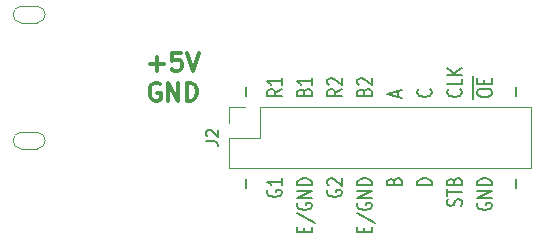
<source format=gbr>
G04 #@! TF.GenerationSoftware,KiCad,Pcbnew,5.0.2-bee76a0~70~ubuntu18.04.1*
G04 #@! TF.CreationDate,2019-03-24T23:52:30-04:00*
G04 #@! TF.ProjectId,rpi-rgb-led-matrix-zero,7270692d-7267-4622-9d6c-65642d6d6174,rev?*
G04 #@! TF.SameCoordinates,Original*
G04 #@! TF.FileFunction,Legend,Top*
G04 #@! TF.FilePolarity,Positive*
%FSLAX46Y46*%
G04 Gerber Fmt 4.6, Leading zero omitted, Abs format (unit mm)*
G04 Created by KiCad (PCBNEW 5.0.2-bee76a0~70~ubuntu18.04.1) date Sun 24 Mar 2019 23:52:30 EDT*
%MOMM*%
%LPD*%
G01*
G04 APERTURE LIST*
%ADD10C,0.150000*%
%ADD11C,0.300000*%
%ADD12C,0.120000*%
%ADD13C,0.050000*%
G04 APERTURE END LIST*
D10*
X35645714Y-20782500D02*
X35645714Y-20020595D01*
X12785714Y-20782500D02*
X12785714Y-20020595D01*
X35645714Y-12999404D02*
X35645714Y-12237500D01*
X12785714Y-12999404D02*
X12785714Y-12237500D01*
D11*
X5461142Y-11950000D02*
X5318285Y-11878571D01*
X5104000Y-11878571D01*
X4889714Y-11950000D01*
X4746857Y-12092857D01*
X4675428Y-12235714D01*
X4604000Y-12521428D01*
X4604000Y-12735714D01*
X4675428Y-13021428D01*
X4746857Y-13164285D01*
X4889714Y-13307142D01*
X5104000Y-13378571D01*
X5246857Y-13378571D01*
X5461142Y-13307142D01*
X5532571Y-13235714D01*
X5532571Y-12735714D01*
X5246857Y-12735714D01*
X6175428Y-13378571D02*
X6175428Y-11878571D01*
X7032571Y-13378571D01*
X7032571Y-11878571D01*
X7746857Y-13378571D02*
X7746857Y-11878571D01*
X8104000Y-11878571D01*
X8318285Y-11950000D01*
X8461142Y-12092857D01*
X8532571Y-12235714D01*
X8604000Y-12521428D01*
X8604000Y-12735714D01*
X8532571Y-13021428D01*
X8461142Y-13164285D01*
X8318285Y-13307142D01*
X8104000Y-13378571D01*
X7746857Y-13378571D01*
X4675428Y-10267142D02*
X5818285Y-10267142D01*
X5246857Y-10838571D02*
X5246857Y-9695714D01*
X7246857Y-9338571D02*
X6532571Y-9338571D01*
X6461142Y-10052857D01*
X6532571Y-9981428D01*
X6675428Y-9910000D01*
X7032571Y-9910000D01*
X7175428Y-9981428D01*
X7246857Y-10052857D01*
X7318285Y-10195714D01*
X7318285Y-10552857D01*
X7246857Y-10695714D01*
X7175428Y-10767142D01*
X7032571Y-10838571D01*
X6675428Y-10838571D01*
X6532571Y-10767142D01*
X6461142Y-10695714D01*
X7746857Y-9338571D02*
X8246857Y-10838571D01*
X8746857Y-9338571D01*
D10*
X14640000Y-20972976D02*
X14582857Y-21068214D01*
X14582857Y-21211071D01*
X14640000Y-21353928D01*
X14754285Y-21449166D01*
X14868571Y-21496785D01*
X15097142Y-21544404D01*
X15268571Y-21544404D01*
X15497142Y-21496785D01*
X15611428Y-21449166D01*
X15725714Y-21353928D01*
X15782857Y-21211071D01*
X15782857Y-21115833D01*
X15725714Y-20972976D01*
X15668571Y-20925357D01*
X15268571Y-20925357D01*
X15268571Y-21115833D01*
X15782857Y-19972976D02*
X15782857Y-20544404D01*
X15782857Y-20258690D02*
X14582857Y-20258690D01*
X14754285Y-20353928D01*
X14868571Y-20449166D01*
X14925714Y-20544404D01*
X17694285Y-24544404D02*
X17694285Y-24211071D01*
X18322857Y-24068214D02*
X18322857Y-24544404D01*
X17122857Y-24544404D01*
X17122857Y-24068214D01*
X17065714Y-22925357D02*
X18608571Y-23782500D01*
X17180000Y-22068214D02*
X17122857Y-22163452D01*
X17122857Y-22306309D01*
X17180000Y-22449166D01*
X17294285Y-22544404D01*
X17408571Y-22592023D01*
X17637142Y-22639642D01*
X17808571Y-22639642D01*
X18037142Y-22592023D01*
X18151428Y-22544404D01*
X18265714Y-22449166D01*
X18322857Y-22306309D01*
X18322857Y-22211071D01*
X18265714Y-22068214D01*
X18208571Y-22020595D01*
X17808571Y-22020595D01*
X17808571Y-22211071D01*
X18322857Y-21592023D02*
X17122857Y-21592023D01*
X18322857Y-21020595D01*
X17122857Y-21020595D01*
X18322857Y-20544404D02*
X17122857Y-20544404D01*
X17122857Y-20306309D01*
X17180000Y-20163452D01*
X17294285Y-20068214D01*
X17408571Y-20020595D01*
X17637142Y-19972976D01*
X17808571Y-19972976D01*
X18037142Y-20020595D01*
X18151428Y-20068214D01*
X18265714Y-20163452D01*
X18322857Y-20306309D01*
X18322857Y-20544404D01*
X19720000Y-20972976D02*
X19662857Y-21068214D01*
X19662857Y-21211071D01*
X19720000Y-21353928D01*
X19834285Y-21449166D01*
X19948571Y-21496785D01*
X20177142Y-21544404D01*
X20348571Y-21544404D01*
X20577142Y-21496785D01*
X20691428Y-21449166D01*
X20805714Y-21353928D01*
X20862857Y-21211071D01*
X20862857Y-21115833D01*
X20805714Y-20972976D01*
X20748571Y-20925357D01*
X20348571Y-20925357D01*
X20348571Y-21115833D01*
X19777142Y-20544404D02*
X19720000Y-20496785D01*
X19662857Y-20401547D01*
X19662857Y-20163452D01*
X19720000Y-20068214D01*
X19777142Y-20020595D01*
X19891428Y-19972976D01*
X20005714Y-19972976D01*
X20177142Y-20020595D01*
X20862857Y-20592023D01*
X20862857Y-19972976D01*
X22774285Y-24544404D02*
X22774285Y-24211071D01*
X23402857Y-24068214D02*
X23402857Y-24544404D01*
X22202857Y-24544404D01*
X22202857Y-24068214D01*
X22145714Y-22925357D02*
X23688571Y-23782500D01*
X22260000Y-22068214D02*
X22202857Y-22163452D01*
X22202857Y-22306309D01*
X22260000Y-22449166D01*
X22374285Y-22544404D01*
X22488571Y-22592023D01*
X22717142Y-22639642D01*
X22888571Y-22639642D01*
X23117142Y-22592023D01*
X23231428Y-22544404D01*
X23345714Y-22449166D01*
X23402857Y-22306309D01*
X23402857Y-22211071D01*
X23345714Y-22068214D01*
X23288571Y-22020595D01*
X22888571Y-22020595D01*
X22888571Y-22211071D01*
X23402857Y-21592023D02*
X22202857Y-21592023D01*
X23402857Y-21020595D01*
X22202857Y-21020595D01*
X23402857Y-20544404D02*
X22202857Y-20544404D01*
X22202857Y-20306309D01*
X22260000Y-20163452D01*
X22374285Y-20068214D01*
X22488571Y-20020595D01*
X22717142Y-19972976D01*
X22888571Y-19972976D01*
X23117142Y-20020595D01*
X23231428Y-20068214D01*
X23345714Y-20163452D01*
X23402857Y-20306309D01*
X23402857Y-20544404D01*
X25314285Y-20211071D02*
X25371428Y-20068214D01*
X25428571Y-20020595D01*
X25542857Y-19972976D01*
X25714285Y-19972976D01*
X25828571Y-20020595D01*
X25885714Y-20068214D01*
X25942857Y-20163452D01*
X25942857Y-20544404D01*
X24742857Y-20544404D01*
X24742857Y-20211071D01*
X24800000Y-20115833D01*
X24857142Y-20068214D01*
X24971428Y-20020595D01*
X25085714Y-20020595D01*
X25200000Y-20068214D01*
X25257142Y-20115833D01*
X25314285Y-20211071D01*
X25314285Y-20544404D01*
X28482857Y-20544404D02*
X27282857Y-20544404D01*
X27282857Y-20306309D01*
X27340000Y-20163452D01*
X27454285Y-20068214D01*
X27568571Y-20020595D01*
X27797142Y-19972976D01*
X27968571Y-19972976D01*
X28197142Y-20020595D01*
X28311428Y-20068214D01*
X28425714Y-20163452D01*
X28482857Y-20306309D01*
X28482857Y-20544404D01*
X30965714Y-22306309D02*
X31022857Y-22163452D01*
X31022857Y-21925357D01*
X30965714Y-21830119D01*
X30908571Y-21782500D01*
X30794285Y-21734880D01*
X30680000Y-21734880D01*
X30565714Y-21782500D01*
X30508571Y-21830119D01*
X30451428Y-21925357D01*
X30394285Y-22115833D01*
X30337142Y-22211071D01*
X30280000Y-22258690D01*
X30165714Y-22306309D01*
X30051428Y-22306309D01*
X29937142Y-22258690D01*
X29880000Y-22211071D01*
X29822857Y-22115833D01*
X29822857Y-21877738D01*
X29880000Y-21734880D01*
X29822857Y-21449166D02*
X29822857Y-20877738D01*
X31022857Y-21163452D02*
X29822857Y-21163452D01*
X30394285Y-20211071D02*
X30451428Y-20068214D01*
X30508571Y-20020595D01*
X30622857Y-19972976D01*
X30794285Y-19972976D01*
X30908571Y-20020595D01*
X30965714Y-20068214D01*
X31022857Y-20163452D01*
X31022857Y-20544404D01*
X29822857Y-20544404D01*
X29822857Y-20211071D01*
X29880000Y-20115833D01*
X29937142Y-20068214D01*
X30051428Y-20020595D01*
X30165714Y-20020595D01*
X30280000Y-20068214D01*
X30337142Y-20115833D01*
X30394285Y-20211071D01*
X30394285Y-20544404D01*
X32420000Y-22068214D02*
X32362857Y-22163452D01*
X32362857Y-22306309D01*
X32420000Y-22449166D01*
X32534285Y-22544404D01*
X32648571Y-22592023D01*
X32877142Y-22639642D01*
X33048571Y-22639642D01*
X33277142Y-22592023D01*
X33391428Y-22544404D01*
X33505714Y-22449166D01*
X33562857Y-22306309D01*
X33562857Y-22211071D01*
X33505714Y-22068214D01*
X33448571Y-22020595D01*
X33048571Y-22020595D01*
X33048571Y-22211071D01*
X33562857Y-21592023D02*
X32362857Y-21592023D01*
X33562857Y-21020595D01*
X32362857Y-21020595D01*
X33562857Y-20544404D02*
X32362857Y-20544404D01*
X32362857Y-20306309D01*
X32420000Y-20163452D01*
X32534285Y-20068214D01*
X32648571Y-20020595D01*
X32877142Y-19972976D01*
X33048571Y-19972976D01*
X33277142Y-20020595D01*
X33391428Y-20068214D01*
X33505714Y-20163452D01*
X33562857Y-20306309D01*
X33562857Y-20544404D01*
X15782857Y-12427976D02*
X15211428Y-12761309D01*
X15782857Y-12999404D02*
X14582857Y-12999404D01*
X14582857Y-12618452D01*
X14640000Y-12523214D01*
X14697142Y-12475595D01*
X14811428Y-12427976D01*
X14982857Y-12427976D01*
X15097142Y-12475595D01*
X15154285Y-12523214D01*
X15211428Y-12618452D01*
X15211428Y-12999404D01*
X15782857Y-11475595D02*
X15782857Y-12047023D01*
X15782857Y-11761309D02*
X14582857Y-11761309D01*
X14754285Y-11856547D01*
X14868571Y-11951785D01*
X14925714Y-12047023D01*
X17694285Y-12666071D02*
X17751428Y-12523214D01*
X17808571Y-12475595D01*
X17922857Y-12427976D01*
X18094285Y-12427976D01*
X18208571Y-12475595D01*
X18265714Y-12523214D01*
X18322857Y-12618452D01*
X18322857Y-12999404D01*
X17122857Y-12999404D01*
X17122857Y-12666071D01*
X17180000Y-12570833D01*
X17237142Y-12523214D01*
X17351428Y-12475595D01*
X17465714Y-12475595D01*
X17580000Y-12523214D01*
X17637142Y-12570833D01*
X17694285Y-12666071D01*
X17694285Y-12999404D01*
X18322857Y-11475595D02*
X18322857Y-12047023D01*
X18322857Y-11761309D02*
X17122857Y-11761309D01*
X17294285Y-11856547D01*
X17408571Y-11951785D01*
X17465714Y-12047023D01*
X20862857Y-12427976D02*
X20291428Y-12761309D01*
X20862857Y-12999404D02*
X19662857Y-12999404D01*
X19662857Y-12618452D01*
X19720000Y-12523214D01*
X19777142Y-12475595D01*
X19891428Y-12427976D01*
X20062857Y-12427976D01*
X20177142Y-12475595D01*
X20234285Y-12523214D01*
X20291428Y-12618452D01*
X20291428Y-12999404D01*
X19777142Y-12047023D02*
X19720000Y-11999404D01*
X19662857Y-11904166D01*
X19662857Y-11666071D01*
X19720000Y-11570833D01*
X19777142Y-11523214D01*
X19891428Y-11475595D01*
X20005714Y-11475595D01*
X20177142Y-11523214D01*
X20862857Y-12094642D01*
X20862857Y-11475595D01*
X22774285Y-12666071D02*
X22831428Y-12523214D01*
X22888571Y-12475595D01*
X23002857Y-12427976D01*
X23174285Y-12427976D01*
X23288571Y-12475595D01*
X23345714Y-12523214D01*
X23402857Y-12618452D01*
X23402857Y-12999404D01*
X22202857Y-12999404D01*
X22202857Y-12666071D01*
X22260000Y-12570833D01*
X22317142Y-12523214D01*
X22431428Y-12475595D01*
X22545714Y-12475595D01*
X22660000Y-12523214D01*
X22717142Y-12570833D01*
X22774285Y-12666071D01*
X22774285Y-12999404D01*
X22317142Y-12047023D02*
X22260000Y-11999404D01*
X22202857Y-11904166D01*
X22202857Y-11666071D01*
X22260000Y-11570833D01*
X22317142Y-11523214D01*
X22431428Y-11475595D01*
X22545714Y-11475595D01*
X22717142Y-11523214D01*
X23402857Y-12094642D01*
X23402857Y-11475595D01*
X25600000Y-13047023D02*
X25600000Y-12570833D01*
X25942857Y-13142261D02*
X24742857Y-12808928D01*
X25942857Y-12475595D01*
X28368571Y-12427976D02*
X28425714Y-12475595D01*
X28482857Y-12618452D01*
X28482857Y-12713690D01*
X28425714Y-12856547D01*
X28311428Y-12951785D01*
X28197142Y-12999404D01*
X27968571Y-13047023D01*
X27797142Y-13047023D01*
X27568571Y-12999404D01*
X27454285Y-12951785D01*
X27340000Y-12856547D01*
X27282857Y-12713690D01*
X27282857Y-12618452D01*
X27340000Y-12475595D01*
X27397142Y-12427976D01*
X30908571Y-12427976D02*
X30965714Y-12475595D01*
X31022857Y-12618452D01*
X31022857Y-12713690D01*
X30965714Y-12856547D01*
X30851428Y-12951785D01*
X30737142Y-12999404D01*
X30508571Y-13047023D01*
X30337142Y-13047023D01*
X30108571Y-12999404D01*
X29994285Y-12951785D01*
X29880000Y-12856547D01*
X29822857Y-12713690D01*
X29822857Y-12618452D01*
X29880000Y-12475595D01*
X29937142Y-12427976D01*
X31022857Y-11523214D02*
X31022857Y-11999404D01*
X29822857Y-11999404D01*
X31022857Y-11189880D02*
X29822857Y-11189880D01*
X31022857Y-10618452D02*
X30337142Y-11047023D01*
X29822857Y-10618452D02*
X30508571Y-11189880D01*
X31961000Y-13237500D02*
X31961000Y-12189880D01*
X32362857Y-12808928D02*
X32362857Y-12618452D01*
X32420000Y-12523214D01*
X32534285Y-12427976D01*
X32762857Y-12380357D01*
X33162857Y-12380357D01*
X33391428Y-12427976D01*
X33505714Y-12523214D01*
X33562857Y-12618452D01*
X33562857Y-12808928D01*
X33505714Y-12904166D01*
X33391428Y-12999404D01*
X33162857Y-13047023D01*
X32762857Y-13047023D01*
X32534285Y-12999404D01*
X32420000Y-12904166D01*
X32362857Y-12808928D01*
X31961000Y-12189880D02*
X31961000Y-11285119D01*
X32934285Y-11951785D02*
X32934285Y-11618452D01*
X33562857Y-11475595D02*
X33562857Y-11951785D01*
X32362857Y-11951785D01*
X32362857Y-11475595D01*
D12*
G04 #@! TO.C,J2*
X11370000Y-15240000D02*
X11370000Y-13910000D01*
X11370000Y-13910000D02*
X12700000Y-13910000D01*
X11370000Y-16510000D02*
X13970000Y-16510000D01*
X13970000Y-16510000D02*
X13970000Y-13910000D01*
X13970000Y-13910000D02*
X36890000Y-13910000D01*
X36890000Y-19110000D02*
X36890000Y-13910000D01*
X11370000Y-19110000D02*
X36890000Y-19110000D01*
X11370000Y-19110000D02*
X11370000Y-16510000D01*
D13*
G04 #@! TO.C,H1*
X-6288000Y-17462200D02*
X-4888000Y-17462200D01*
X-6288095Y-16065807D02*
G75*
G03X-6288000Y-17462200I50095J-698193D01*
G01*
X-6288000Y-16065800D02*
X-4888000Y-16065800D01*
X-4887905Y-17462193D02*
G75*
G03X-4888000Y-16065800I-50095J698193D01*
G01*
G04 #@! TO.C,H2*
X-6288000Y-6794200D02*
X-4888000Y-6794200D01*
X-6288095Y-5397807D02*
G75*
G03X-6288000Y-6794200I50095J-698193D01*
G01*
X-6288000Y-5397800D02*
X-4888000Y-5397800D01*
X-4887905Y-6794193D02*
G75*
G03X-4888000Y-5397800I-50095J698193D01*
G01*
G04 #@! TO.C,J2*
D10*
X9382380Y-16843333D02*
X10096666Y-16843333D01*
X10239523Y-16890952D01*
X10334761Y-16986190D01*
X10382380Y-17129047D01*
X10382380Y-17224285D01*
X9477619Y-16414761D02*
X9430000Y-16367142D01*
X9382380Y-16271904D01*
X9382380Y-16033809D01*
X9430000Y-15938571D01*
X9477619Y-15890952D01*
X9572857Y-15843333D01*
X9668095Y-15843333D01*
X9810952Y-15890952D01*
X10382380Y-16462380D01*
X10382380Y-15843333D01*
G04 #@! TD*
M02*

</source>
